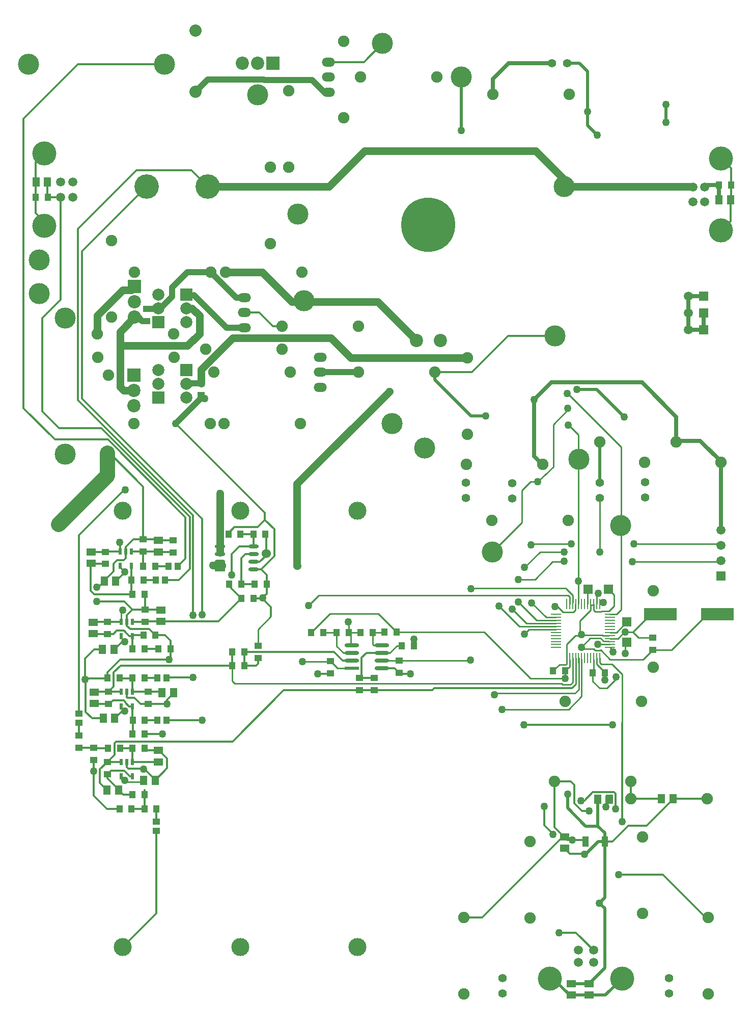
<source format=gbl>
G04 Layer_Physical_Order=2*
G04 Layer_Color=16711680*
%FSAX24Y24*%
%MOIN*%
G70*
G01*
G75*
%ADD10R,0.0591X0.0512*%
%ADD12R,0.0394X0.0512*%
%ADD13R,0.0512X0.0394*%
%ADD14R,0.0630X0.0630*%
%ADD22C,0.0200*%
%ADD23C,0.0120*%
%ADD24C,0.0394*%
%ADD25C,0.0100*%
%ADD26C,0.0250*%
%ADD27C,0.0500*%
%ADD28C,0.1000*%
%ADD29C,0.1378*%
%ADD30C,0.0748*%
%ADD31C,0.1378*%
%ADD32C,0.0551*%
%ADD33C,0.0591*%
%ADD34R,0.0591X0.0591*%
%ADD35C,0.1600*%
%ADD36C,0.0866*%
%ADD37O,0.0866X0.0591*%
%ADD38C,0.0787*%
%ADD39R,0.0787X0.0787*%
%ADD40R,0.0866X0.0866*%
%ADD41R,0.0866X0.0866*%
%ADD42C,0.0800*%
%ADD43C,0.0600*%
%ADD44R,0.0591X0.0591*%
%ADD45C,0.1181*%
%ADD46C,0.1575*%
%ADD47C,0.0500*%
%ADD48C,0.3543*%
%ADD49R,0.0709X0.0087*%
%ADD50O,0.0087X0.0709*%
%ADD51R,0.0087X0.0709*%
%ADD52R,0.2165X0.0787*%
%ADD53R,0.0945X0.0236*%
%ADD54O,0.0945X0.0236*%
%ADD55O,0.0689X0.0256*%
%ADD56R,0.0689X0.0256*%
%ADD57R,0.0512X0.0591*%
%ADD58R,0.0236X0.0433*%
%ADD59R,0.0630X0.0630*%
%ADD60R,0.0400X0.0650*%
D10*
X234170Y109626D02*
D03*
Y110374D02*
D03*
X229890Y118006D02*
D03*
Y118754D02*
D03*
X234330Y118816D02*
D03*
Y119564D02*
D03*
X234150Y123356D02*
D03*
Y124104D02*
D03*
X229770Y122616D02*
D03*
Y123364D02*
D03*
X262350Y095124D02*
D03*
Y094376D02*
D03*
X261200D02*
D03*
Y095124D02*
D03*
X229950Y113446D02*
D03*
Y114194D02*
D03*
X260750Y104724D02*
D03*
Y103976D02*
D03*
D12*
X246624Y118090D02*
D03*
X245836D02*
D03*
X244944D02*
D03*
X244156D02*
D03*
X247406D02*
D03*
X248194D02*
D03*
X250874Y117230D02*
D03*
X250086D02*
D03*
X248966Y118100D02*
D03*
X249754D02*
D03*
X239534Y124520D02*
D03*
X238746D02*
D03*
X241164D02*
D03*
X240376D02*
D03*
X238796Y121250D02*
D03*
X239584D02*
D03*
X241244D02*
D03*
X240456D02*
D03*
X240384Y120330D02*
D03*
X239596D02*
D03*
X239784Y115920D02*
D03*
X238996D02*
D03*
X232404Y106550D02*
D03*
X231616D02*
D03*
X233246D02*
D03*
X234034D02*
D03*
X232456Y107470D02*
D03*
X233244D02*
D03*
X231644Y110530D02*
D03*
X230856D02*
D03*
X233244D02*
D03*
X232456D02*
D03*
X232466Y111460D02*
D03*
X233254D02*
D03*
X233264Y112350D02*
D03*
X232476D02*
D03*
X234100D02*
D03*
X234700D02*
D03*
X230836Y115100D02*
D03*
X231624D02*
D03*
X233254D02*
D03*
X232466D02*
D03*
X234690Y115110D02*
D03*
X234090D02*
D03*
X232456Y117020D02*
D03*
X233244D02*
D03*
X234944D02*
D03*
X234156D02*
D03*
X233176Y117910D02*
D03*
X233964D02*
D03*
X232456Y120590D02*
D03*
X233244D02*
D03*
X233194Y121520D02*
D03*
X232406D02*
D03*
X233990Y121510D02*
D03*
X234590D02*
D03*
X233954Y122410D02*
D03*
X233166D02*
D03*
X235410Y122400D02*
D03*
X234810D02*
D03*
X260791Y115575D02*
D03*
X260004D02*
D03*
X239784Y116820D02*
D03*
X238996D02*
D03*
X263391Y115445D02*
D03*
X262604D02*
D03*
X226131Y146557D02*
D03*
X226918D02*
D03*
X271654Y147332D02*
D03*
X270867D02*
D03*
D13*
X266540Y117734D02*
D03*
Y116946D02*
D03*
X245433Y116201D02*
D03*
Y115413D02*
D03*
X247333Y115119D02*
D03*
Y114331D02*
D03*
X248283Y115119D02*
D03*
Y114331D02*
D03*
X249921Y116240D02*
D03*
Y115453D02*
D03*
X240689Y117214D02*
D03*
Y116426D02*
D03*
X230820Y109614D02*
D03*
Y108826D02*
D03*
X234030Y105720D02*
D03*
Y105120D02*
D03*
X229930Y109756D02*
D03*
Y110544D02*
D03*
X228970Y110546D02*
D03*
Y111334D02*
D03*
Y112170D02*
D03*
Y112770D02*
D03*
X230890Y114214D02*
D03*
Y113426D02*
D03*
X233490D02*
D03*
Y114214D02*
D03*
X233300Y119584D02*
D03*
Y118796D02*
D03*
X233170Y124174D02*
D03*
Y123386D02*
D03*
X235130Y124104D02*
D03*
Y123316D02*
D03*
X236950Y133606D02*
D03*
Y134394D02*
D03*
X233400Y138456D02*
D03*
Y139244D02*
D03*
X230700Y123354D02*
D03*
Y122566D02*
D03*
X230840Y118784D02*
D03*
Y117996D02*
D03*
D14*
X264838Y118774D02*
D03*
Y117436D02*
D03*
D22*
X254000Y150911D02*
Y154400D01*
X261570Y133970D02*
X262870D01*
X264650Y132190D01*
X267400Y151450D02*
Y152600D01*
X262250Y151250D02*
Y152150D01*
Y151250D02*
X262900Y150600D01*
X259788Y095450D02*
X260050D01*
X259788D02*
X260000D01*
X261074Y094376D01*
X261200D01*
X262350D01*
X263439D01*
X264512Y095450D01*
X261200Y095124D02*
X262350D01*
X263386Y096160D01*
Y100039D01*
X263031Y100394D02*
X263386Y100039D01*
X263031Y100394D02*
X263375Y100737D01*
Y104400D01*
X262943D02*
X263375D01*
X262165Y103622D02*
X262943Y104400D01*
X263375D02*
Y104971D01*
X262926Y105420D02*
X263375Y104971D01*
X262139Y105420D02*
X262926D01*
X260944Y106615D02*
X262139Y105420D01*
X260944Y106615D02*
Y107519D01*
X262250Y152150D02*
Y154787D01*
X261713Y155325D02*
X262250Y154787D01*
X260915Y155325D02*
X261713D01*
X263071Y127900D02*
Y130561D01*
X263061Y127890D02*
X263071Y127900D01*
X265796Y113589D02*
X265861Y113524D01*
X252250Y134630D02*
Y135100D01*
Y134630D02*
X254630Y132250D01*
X255600D01*
X262926Y105420D02*
Y107194D01*
D23*
X269989Y099450D02*
X270150D01*
X267197Y102242D02*
X269989Y099450D01*
X267197Y102242D02*
Y102244D01*
X264291D02*
X267197D01*
X228950Y124432D02*
X231973Y127456D01*
X228950Y112790D02*
Y124432D01*
X239136Y124980D02*
X240670D01*
X241140Y125450D01*
Y125910D01*
X241160Y125430D02*
X241750Y124840D01*
X235300Y131750D02*
X241140Y125910D01*
X238746Y124596D02*
X239133Y124983D01*
X238746Y124520D02*
Y124596D01*
X234020Y105110D02*
X234030Y105120D01*
X234020Y099710D02*
Y105110D01*
X231831Y097521D02*
X234020Y099710D01*
X234700Y112350D02*
X237040D01*
Y119240D02*
Y125510D01*
X229160Y133390D02*
Y143010D01*
X233400Y147250D01*
X228897Y138115D02*
X228900Y138112D01*
Y133280D02*
Y138112D01*
Y133280D02*
X234163Y128017D01*
X236340Y148310D02*
X237400Y147250D01*
X232730Y148310D02*
X236340D01*
X228897Y144477D02*
X232730Y148310D01*
X228897Y138115D02*
Y144477D01*
X234163Y128007D02*
X236430Y125741D01*
Y119240D02*
Y125741D01*
X230422Y131440D02*
X236210Y125652D01*
Y122240D02*
Y125652D01*
X235490Y121520D02*
X236210Y122240D01*
X236420Y119230D02*
X236430Y119240D01*
X234690Y115110D02*
X234720Y115140D01*
X236410D01*
X234163Y128007D02*
Y128017D01*
X230853Y130700D02*
X235940Y125613D01*
X227670Y131440D02*
X230422D01*
X235940Y122930D02*
Y125613D01*
X227390Y130700D02*
X230853D01*
X225330Y132760D02*
X227390Y130700D01*
X225330Y132760D02*
Y151690D01*
X226570Y132540D02*
X227670Y131440D01*
X230120Y120120D02*
Y120130D01*
Y120120D02*
X231907D01*
X229722Y120828D02*
X229960Y120590D01*
X229722Y120828D02*
Y122568D01*
X229770Y122616D01*
X230130Y121040D02*
X230216D01*
X230580Y121404D01*
X229960Y120590D02*
X232456D01*
X231907Y120120D02*
X232444Y119584D01*
X229360Y116390D02*
X229960Y116990D01*
X229360Y115070D02*
Y116390D01*
X234580Y121520D02*
X235490D01*
X225330Y151690D02*
X228890Y155250D01*
X235410Y122400D02*
X235940Y122930D01*
X228890Y155250D02*
X234550D01*
X230890Y113426D02*
X230966D01*
X231200Y113660D01*
X231879D01*
X231993Y113546D01*
Y113510D02*
Y113546D01*
Y113510D02*
X232238Y113264D01*
X232464D01*
X241750Y123090D02*
Y124840D01*
X240880Y122220D02*
X241750Y123090D01*
X240395Y122220D02*
X240880D01*
X241244Y121856D01*
Y121250D02*
Y121856D01*
X234150Y124104D02*
X235244D01*
X241244Y120624D02*
Y121250D01*
X240384Y120330D02*
X240950D01*
X239534Y124520D02*
X240376D01*
X229360Y115070D02*
X230806D01*
X229360Y115020D02*
Y115070D01*
X229960Y116990D02*
X230496D01*
X232249Y117851D02*
X232464D01*
X231993Y118107D02*
X232249Y117851D01*
X231993Y118107D02*
Y118133D01*
X231900Y118226D02*
X231993Y118133D01*
X231439Y118226D02*
X231900D01*
X231210Y117996D02*
X231439Y118226D01*
X230840Y117996D02*
X231210D01*
X229900D02*
X230840D01*
X229920Y118784D02*
X230840D01*
X233944Y108430D02*
X234720Y109206D01*
X233251Y109150D02*
X233944Y108457D01*
X233190Y109150D02*
X233251D01*
X232370Y106504D02*
X232404D01*
X232450Y106550D01*
X233246D01*
X229930Y109000D02*
Y109756D01*
Y107420D02*
Y109000D01*
Y107420D02*
X230800Y106550D01*
X231616D01*
X230820Y108550D02*
Y108826D01*
Y108550D02*
X231554Y107816D01*
Y107780D02*
Y107816D01*
Y107780D02*
X231864Y107470D01*
X232456D01*
X230820Y108826D02*
X231044Y109050D01*
X231530D01*
X231532Y109053D01*
X229360Y115020D02*
X229384Y114996D01*
Y112896D02*
Y114996D01*
Y112896D02*
X229810Y112470D01*
X230556D01*
X229970Y114214D02*
X230890D01*
X229950Y114194D02*
X229970Y114214D01*
X229950Y113446D02*
X229970Y113426D01*
X230890D01*
X230806Y115070D02*
X230836Y115100D01*
X228950Y112790D02*
X228970Y112770D01*
X234720Y109206D02*
Y109851D01*
X234197Y110374D02*
X234720Y109851D01*
X234170Y110374D02*
X234197D01*
X233244Y110530D02*
X233400Y110374D01*
X234170D01*
X232464Y109622D02*
X232468Y109626D01*
X234170D01*
X234700Y112350D02*
X234740Y112390D01*
X233490Y113426D02*
X233516Y113400D01*
X234740D01*
X234721Y113419D02*
X234740Y113400D01*
X234721Y113419D02*
Y113680D01*
X235154Y114113D01*
Y114140D01*
X234332Y114214D02*
X234406Y114140D01*
X233490Y114214D02*
X234332D01*
X230616Y121440D02*
Y121467D01*
X231240Y122091D01*
Y122580D01*
X231472Y122813D01*
X231893D01*
X232030Y122950D01*
X229770Y122616D02*
X229820Y122566D01*
X230700D01*
X229770Y123364D02*
X229780Y123354D01*
X230700D01*
X230720Y123394D02*
X231645D01*
X230836Y115100D02*
Y115466D01*
X231670Y116300D01*
X234800D01*
X234944Y116444D02*
Y117020D01*
X233170Y124174D02*
Y127630D01*
X234080Y124174D02*
X234150Y124104D01*
X233170Y124174D02*
X234080D01*
X232524D02*
X233170D01*
X232030Y123680D02*
X232524Y124174D01*
X232030Y123382D02*
Y123680D01*
Y122950D02*
Y123382D01*
X234580Y121520D02*
X234590Y121510D01*
X233300Y119584D02*
Y120534D01*
X234310Y119584D02*
X234330Y119564D01*
X233300Y119584D02*
X234310D01*
X232444D02*
X233300D01*
X232090Y119230D02*
X232444Y119584D01*
X232090Y118796D02*
Y119230D01*
Y118530D02*
Y118796D01*
Y118530D02*
X232310Y118310D01*
X232899D01*
X232914Y118324D01*
X233549D01*
X233964Y117910D01*
X234580D01*
X234944Y117546D01*
Y117020D02*
Y117546D01*
X232090Y113840D02*
Y114209D01*
Y113840D02*
X232110Y113820D01*
X232590D01*
X232984Y113426D01*
X233490D01*
X233254Y111460D02*
X234420D01*
X232090Y109290D02*
Y109622D01*
X232464Y117028D02*
Y117851D01*
X232456Y117020D02*
X232464Y117028D01*
X230829Y109622D02*
X231288Y110082D01*
X230820Y109614D02*
X230829Y109622D01*
X231381Y110944D02*
X239016D01*
X231288Y110082D02*
Y110852D01*
X231381Y110944D01*
X240395Y122720D02*
X240800D01*
X239850Y123220D02*
X240395D01*
X239584Y122954D02*
X239850Y123220D01*
X239584Y121250D02*
X240456D01*
X238796Y121130D02*
Y121250D01*
Y121130D02*
X239596Y120330D01*
X234330Y118816D02*
X238082D01*
X239596Y120330D01*
X239784Y115920D02*
Y116820D01*
X238996Y115920D02*
Y116820D01*
X231678Y115920D02*
X238996D01*
X247333Y115119D02*
X248283D01*
X230340Y109134D02*
X230820Y109614D01*
X230340Y108260D02*
Y109134D01*
Y108260D02*
X230806Y107794D01*
X228970Y111334D02*
Y112170D01*
X228973Y110544D02*
X229930D01*
X234030Y105720D02*
X234034Y105724D01*
Y106550D01*
X233244Y106813D02*
X233246Y106810D01*
X233244Y106813D02*
Y107780D01*
X230829Y109622D02*
X231716D01*
X229944Y110530D02*
X230856D01*
X232464Y109622D02*
Y110522D01*
X231644Y110530D02*
X232456D01*
X232464Y114209D02*
X233485D01*
X231626Y115098D02*
X232464D01*
Y114209D02*
Y115098D01*
X232476Y111470D02*
Y112350D01*
X230890Y114214D02*
X231711D01*
X231716Y114209D01*
X234153Y117020D02*
X234156Y117024D01*
X233244Y117020D02*
X234153D01*
X233264Y115110D02*
X234090D01*
X233264Y112350D02*
X234100D01*
X232464Y112362D02*
Y113264D01*
Y112362D02*
X232476Y112350D01*
X232523Y117910D02*
X233176D01*
X232464Y117851D02*
X232523Y117910D01*
X230840Y118784D02*
X231704D01*
X232465Y118796D02*
X233300D01*
X233320Y118816D02*
X234330D01*
X232406Y120640D02*
Y121520D01*
X233954Y122410D02*
X234800D01*
X233194Y121520D02*
X233980D01*
X232406D02*
Y122435D01*
X234150Y123356D02*
X235090D01*
X233170Y123386D02*
X234120D01*
X232404Y123382D02*
X232408Y123386D01*
X233170D01*
Y122414D02*
Y123386D01*
X259409Y105472D02*
Y106700D01*
X239800Y139000D02*
X240750D01*
X241650Y138100D01*
X242250D01*
X261492Y098450D02*
X262642Y097300D01*
X260400Y098450D02*
X261492D01*
X260750Y103976D02*
X261104Y103622D01*
X262165D01*
X267102Y107200D02*
X267106Y107205D01*
X263479Y106510D02*
Y107384D01*
X263480Y107386D01*
X264074Y106515D02*
Y106550D01*
X264088Y106564D01*
Y107555D01*
X263996Y107647D02*
X264088Y107555D01*
X262604Y107647D02*
X263996D01*
X262044Y107087D02*
X262604Y107647D01*
X261811Y107087D02*
X262044D01*
X254150Y099450D02*
X255356D01*
X260552Y104646D01*
X260672D01*
X260730Y104704D01*
X267854Y107178D02*
Y107205D01*
X266110Y105433D02*
X267854Y107178D01*
X259975Y104880D02*
Y104907D01*
X259409Y105472D02*
X259975Y104907D01*
X263375Y104400D02*
X263888D01*
X264921Y105433D01*
X266110D01*
X264528Y105709D02*
Y112165D01*
X265079Y107200D02*
X267102D01*
X265079D02*
Y108271D01*
X265000Y108350D02*
X265079Y108271D01*
X269995Y107205D02*
X270000Y107200D01*
X267854Y107205D02*
X269995D01*
X260079Y105354D02*
Y108271D01*
X231656Y123382D02*
Y123954D01*
X231634Y123976D02*
X231656Y123954D01*
X239016Y110944D02*
X242373Y114301D01*
X252097D01*
X247774Y116750D02*
X248794D01*
X247333Y115119D02*
X247461Y115246D01*
Y116437D01*
X247774Y116750D01*
X249624Y115750D02*
X249921Y115453D01*
X248794Y115750D02*
X249624D01*
X246211Y116250D02*
X246826D01*
X245641Y116820D02*
X246211Y116250D01*
X239784Y116820D02*
X245641D01*
X240689Y116053D02*
Y116426D01*
X239784Y115920D02*
X240556D01*
X240689Y116053D01*
X241535Y119144D02*
Y119745D01*
X232090Y109290D02*
X232200Y109180D01*
X233190D01*
X232298Y108678D02*
X232464D01*
X231923Y109053D02*
X232298Y108678D01*
X231532Y109053D02*
X231923D01*
X239468Y123720D02*
X240395D01*
X240394Y123721D02*
Y124580D01*
X239584Y121250D02*
Y122954D01*
X238967Y123218D02*
X239468Y123720D01*
X238967Y123218D02*
X238968Y123217D01*
Y121856D02*
Y123217D01*
X244587Y115384D02*
X245404D01*
X245433Y115413D01*
X249980Y115394D02*
X250669D01*
X249921Y115453D02*
X249980Y115394D01*
X258100Y112057D02*
X263878D01*
X263888Y112047D01*
X252250Y135100D02*
X254677D01*
X257047Y137470D01*
X260128D01*
X245300Y155384D02*
X247619D01*
X248839Y156604D01*
X226570Y132540D02*
Y138647D01*
X227763Y139839D01*
Y146558D01*
X271654Y147332D02*
Y148444D01*
X271002Y149096D02*
X271654Y148444D01*
X271614Y144984D02*
Y146368D01*
X271002Y144372D02*
X271614Y144984D01*
X271654Y146408D02*
Y147332D01*
X271614Y146368D02*
X271654Y146408D01*
X263391Y115445D02*
X263396Y115441D01*
X252097Y114301D02*
X252233Y114437D01*
X256152Y113975D02*
X256161Y113965D01*
X256143Y113967D02*
X256152Y113975D01*
X256142Y113967D02*
X256143D01*
X261209Y114437D02*
X261270Y114498D01*
X252233Y114437D02*
X261209D01*
X240969Y120349D02*
X241244Y120624D01*
X240965Y120315D02*
X241535Y119745D01*
X261903Y106417D02*
X262372D01*
X261403Y106917D02*
X261903Y106417D01*
X261403Y106917D02*
Y108105D01*
X261158Y108350D02*
X261403Y108105D01*
X260079Y108350D02*
X261158D01*
X260000D02*
X260079Y108271D01*
X226898Y146577D02*
Y147557D01*
Y146577D02*
X226917Y146558D01*
X227763D01*
X226700Y144688D02*
Y144934D01*
X226131Y145503D02*
X226700Y144934D01*
X226131Y148843D02*
X226700Y149412D01*
X226131Y145503D02*
Y146557D01*
Y148843D01*
X240800Y122720D02*
X241211Y123131D01*
Y124473D01*
X241164Y124520D02*
X241211Y124473D01*
X263414Y106575D02*
X263479Y106510D01*
X263414Y106575D02*
X263445Y106605D01*
X263458Y106618D01*
Y106669D01*
X260910Y104523D02*
X261263D01*
X260730Y104704D02*
Y104704D01*
X260910Y104523D01*
X260079Y105354D02*
X260730Y104704D01*
X261263Y104523D02*
X262002D01*
X262125Y104400D01*
X263396Y114970D02*
Y115441D01*
X230900Y129900D02*
X233170Y127630D01*
X230890Y114214D02*
X231230Y114554D01*
Y115472D01*
X231678Y115920D01*
X229160Y133390D02*
X237040Y125510D01*
D24*
X236954Y133396D02*
X237185D01*
X236950Y133400D02*
X236954Y133396D01*
X235300Y131750D02*
X236950Y133400D01*
X245009Y153416D02*
X245300D01*
X244225Y154200D02*
X245009Y153416D01*
X241092Y154200D02*
X244225D01*
X232850Y138700D02*
X233094Y138456D01*
X232600Y138700D02*
X232850D01*
X236045Y134394D02*
X236950D01*
X241058Y154234D02*
X241092Y154200D01*
X237384Y154234D02*
X241058D01*
X236600Y153450D02*
X237384Y154234D01*
X244750Y135100D02*
X247250D01*
X236000Y134348D02*
X236045Y134394D01*
X233458Y139252D02*
X234150D01*
X236050Y141650D02*
X237600D01*
X235050Y140650D02*
X236050Y141650D01*
X234427Y139427D02*
X235050Y140050D01*
Y140650D01*
X239266Y139984D02*
X239800D01*
X237600Y141650D02*
X239266Y139984D01*
X238634Y138016D02*
X239800D01*
X236500Y140150D02*
X238634Y138016D01*
D25*
X263113Y116933D02*
X263735Y116310D01*
X263113Y116933D02*
X263113D01*
X263101Y116921D02*
X263113Y116933D01*
X262771Y116921D02*
X263101D01*
X262665Y117028D02*
X262771Y116921D01*
X261938Y117028D02*
X262665D01*
X261843Y117122D02*
X261938Y117028D01*
X231744Y117490D02*
X231970D01*
X231244Y116990D02*
X231744Y117490D01*
X233079Y108313D02*
X233196Y108430D01*
X232065Y108313D02*
X233079D01*
X231464Y121620D02*
X231540D01*
X231967Y122047D01*
X231968Y108430D02*
X232013Y108380D01*
X232020Y108374D01*
X231716Y113184D02*
Y113264D01*
X231656Y122358D02*
Y122438D01*
Y122358D02*
X231967Y122047D01*
X263738Y119268D02*
X264148D01*
X264470Y119590D01*
Y130230D01*
X260980Y131640D02*
X261040D01*
X260870Y132760D02*
X261030D01*
X263306Y115575D02*
X263391D01*
X263051Y116110D02*
Y116414D01*
Y116110D02*
X263141Y116021D01*
X261469Y119954D02*
X261473Y119957D01*
X261469Y119542D02*
Y119954D01*
X261337Y119410D02*
X261469Y119542D01*
X260660Y119410D02*
X261337D01*
X260290Y119780D02*
X260660Y119410D01*
X260130Y119780D02*
X260290D01*
X261671Y119957D02*
Y121449D01*
X266540Y116946D02*
X267756D01*
X270085Y119275D01*
X270768D01*
X265219Y118099D02*
X265585Y117734D01*
X266540D01*
X266395Y119275D02*
X267028D01*
X265219Y118099D02*
X266395Y119275D01*
X264726Y118099D02*
X265219D01*
X262604Y115445D02*
X262654Y115495D01*
X262852Y116028D02*
Y116414D01*
X262852D02*
X262852D01*
Y116028D02*
X263306Y115575D01*
X262654Y115495D02*
Y116331D01*
X262455Y119870D02*
X262650D01*
X261750Y117890D02*
Y118838D01*
X262453Y119542D01*
X260884Y116414D02*
Y117314D01*
X261460Y117890D01*
X261750D01*
X262847Y116419D02*
X262852Y116414D01*
X262453Y119868D02*
X262455Y119870D01*
X262453Y119542D02*
Y119868D01*
X264710Y116710D02*
Y117308D01*
X264838Y117436D01*
X264661Y118099D02*
X264726D01*
X264256Y117694D02*
X264661Y118099D01*
X263738Y117694D02*
X264256D01*
X264151Y118087D02*
X264838Y118774D01*
X263738Y118087D02*
X264151D01*
X262262Y120908D02*
X262278Y120925D01*
X262262Y119957D02*
Y120908D01*
X262852Y120570D02*
X262942Y120660D01*
X262852Y119957D02*
Y120570D01*
X260791Y115575D02*
X261079Y115862D01*
Y116329D01*
X238976Y115900D02*
X238996Y115920D01*
X238976Y114931D02*
Y115900D01*
X263044Y117300D02*
X263738D01*
X261755Y117310D02*
X261843Y117221D01*
Y117122D02*
X262440Y117718D01*
X263101D01*
X263317Y117502D01*
X263649D01*
X263653Y117498D01*
X265904Y116310D02*
X266540Y116946D01*
X263735Y116310D02*
X265904D01*
X231716Y118796D02*
X231722Y118802D01*
Y119443D01*
X231832Y119553D01*
X261873Y113926D02*
Y116338D01*
X261873Y116339D01*
X256161Y113965D02*
X256184D01*
X261007Y113061D02*
X261873Y113926D01*
X256673Y113061D02*
X261007D01*
X246624Y118090D02*
X247406D01*
X246742Y117334D02*
X246826Y117250D01*
X246742Y117334D02*
Y117972D01*
X246624Y118090D02*
X246742Y117972D01*
X244944Y118090D02*
X245836D01*
Y117195D02*
Y118090D01*
Y117195D02*
X246282Y116750D01*
X246826D01*
X248194Y118090D02*
X248956D01*
X248194Y117308D02*
Y118090D01*
Y117308D02*
X248252Y117250D01*
X248794D01*
X249779Y117230D02*
X250086D01*
X249299Y116750D02*
X249779Y117230D01*
X248794Y116750D02*
X249299D01*
X248804Y116240D02*
X249921D01*
X248794Y116250D02*
X248804Y116240D01*
X245884Y115750D02*
X246826D01*
X245433Y116201D02*
X245884Y115750D01*
X240689Y117214D02*
Y118297D01*
X241535Y119144D01*
X258986Y127943D02*
X260010Y128927D01*
X261075Y119962D02*
X261080Y119957D01*
X261075Y119962D02*
Y120431D01*
X243593Y116181D02*
X245413D01*
X245433Y116201D01*
X243996Y119852D02*
X244646Y120502D01*
X261004D02*
X261075Y120431D01*
X249921Y116240D02*
X249941Y116260D01*
X254577D02*
X254606Y116289D01*
X249941Y116260D02*
X254577D01*
X254626Y120848D02*
Y120945D01*
X254509Y120965D02*
X254626Y120848D01*
X260846Y120940D02*
Y120965D01*
Y120940D02*
X261274Y120513D01*
Y120045D02*
Y120513D01*
Y120045D02*
X261276Y120042D01*
X231716Y108678D02*
X231988Y108405D01*
X232013Y108380D01*
X231988Y108405D02*
X232065Y108313D01*
X231968Y108430D02*
X231988Y108405D01*
X258261Y118678D02*
X260195D01*
X257313Y119626D02*
X258261Y118678D01*
X263617Y120925D02*
X264006Y120536D01*
Y119813D02*
Y120536D01*
X263661Y119468D02*
X264006Y119813D01*
X262654Y119548D02*
X262747Y119455D01*
X263154D01*
X263164Y119464D01*
X262654Y119548D02*
Y119957D01*
X263159Y119468D02*
X263661D01*
X254509Y120965D02*
X260846D01*
X244646Y120502D02*
X261004D01*
X256457Y119823D02*
X257800Y118479D01*
X260195D01*
X263061Y123366D02*
Y126890D01*
X263051Y123356D02*
X263061D01*
X259154D02*
X260738D01*
X258140Y122343D02*
X259154Y123356D01*
X258120Y122343D02*
X258140D01*
X258130Y117992D02*
X258419Y118281D01*
X260195D01*
X263051Y123356D02*
X263061Y123366D01*
X258671Y119941D02*
Y119951D01*
X257717Y120089D02*
X258929Y118876D01*
X260195D01*
X258671Y119951D02*
X259547Y119075D01*
X260195D01*
X257717Y121555D02*
X258809D01*
X259970Y122717D01*
X260718D01*
X260738Y122736D01*
X265197Y122717D02*
X270949D01*
X271004Y122772D01*
X265305Y123888D02*
X270888D01*
X271004Y123772D01*
X261040Y131640D02*
X261671Y131009D01*
Y121449D02*
Y131009D01*
X258553Y123878D02*
X261181D01*
X258543Y123868D02*
X258553Y123878D01*
X258543Y123819D02*
Y123868D01*
X258524Y127943D02*
X258986D01*
X257972Y127392D02*
X258524Y127943D01*
X257972Y125285D02*
Y127392D01*
X256033Y123346D02*
X257972Y125285D01*
X260004Y115575D02*
X260408Y115979D01*
X260832D01*
X260880Y116028D01*
Y116414D02*
X260884D01*
X260880Y116028D02*
Y116414D01*
X262604Y114896D02*
Y115445D01*
Y114896D02*
X263051Y114449D01*
X263524D01*
X261437Y114114D02*
X261674Y114351D01*
Y116414D01*
X261476Y114704D02*
Y116414D01*
X260791Y115075D02*
Y115575D01*
Y115075D02*
X260797Y115069D01*
X261270Y114498D02*
X261476Y114704D01*
X256333Y114114D02*
X261437D01*
X256184Y113965D02*
X256333Y114114D01*
X258514Y115069D02*
X260797D01*
X255482Y118100D02*
X258514Y115069D01*
X249754Y118100D02*
X255482D01*
X249754Y118100D02*
X249754Y118100D01*
X244156Y118090D02*
X245377Y119311D01*
X248543D01*
X249754Y118100D01*
X260010Y128927D02*
Y131683D01*
X261030Y132703D01*
Y132760D01*
X260915Y133730D02*
X260970D01*
X264470Y130230D01*
X261906Y117916D02*
X263225D01*
X261870Y117953D02*
X261906Y117916D01*
X263649Y117896D02*
X263654Y117890D01*
X263246Y117896D02*
X263649D01*
X263225Y117916D02*
X263246Y117896D01*
X264124Y115049D02*
Y115187D01*
X263854Y116021D02*
X264528Y115347D01*
X263524Y114449D02*
X264124Y115049D01*
X263141Y116021D02*
X263854D01*
X264528Y112165D02*
Y115347D01*
X263196Y119957D02*
X263287Y120049D01*
X263050Y119957D02*
X263196D01*
X263182Y120089D02*
X263376D01*
X263312Y120025D02*
X263376Y120089D01*
X263856Y116831D02*
X263927D01*
Y116912D01*
X263738Y117101D02*
X263927Y116912D01*
X231767Y112933D02*
X231949D01*
X231304Y112470D02*
X231767Y112933D01*
X231716Y113184D02*
X232040Y112860D01*
X246604Y118780D02*
X246624Y118760D01*
Y118090D02*
Y118760D01*
X238976Y114931D02*
X239163Y114744D01*
X260559D01*
X260632Y114670D01*
X261117D01*
X261277Y114830D01*
Y116414D01*
D26*
X258760Y129620D02*
Y133320D01*
Y129620D02*
X259300Y129080D01*
X258760Y133320D02*
X259889Y134449D01*
X269640Y130630D02*
X271011Y129259D01*
X259889Y134449D02*
X265817D01*
X256043Y153268D02*
Y154291D01*
X257077Y155325D01*
X259915D01*
X265817Y134449D02*
X268071Y132195D01*
Y130561D02*
Y132195D01*
X268140Y130630D02*
X269640D01*
X268071Y130561D02*
X268140Y130630D01*
X271004Y124772D02*
Y129203D01*
X270867Y146369D02*
Y147332D01*
X270045D02*
X270867D01*
X269939Y147226D02*
X270045Y147332D01*
X268861Y137875D02*
X268862Y137874D01*
X269862D01*
Y138976D01*
X268861Y140082D02*
X269861D01*
X268861Y137875D02*
Y140082D01*
D27*
X258856Y149587D02*
X261193Y147250D01*
X247668Y149587D02*
X258856D01*
X245331Y147250D02*
X247668Y149587D01*
X261193Y147250D02*
X269124D01*
X237400D02*
X245331D01*
X231654Y136850D02*
X236073D01*
X231887Y133900D02*
X232550D01*
X231654Y134134D02*
X231887Y133900D01*
X231654Y134134D02*
Y137753D01*
X232600Y138700D01*
X236841Y137618D02*
Y138819D01*
X236073Y136850D02*
X236841Y137618D01*
X236000Y139288D02*
X236372D01*
X236841Y138819D01*
X243240Y122460D02*
Y127810D01*
Y122460D02*
X243260D01*
X243240Y127810D02*
X249275Y133845D01*
X236950Y134394D02*
Y135272D01*
X239028Y137350D01*
X245450D01*
X246750Y136050D01*
X254400D01*
X232381Y140481D02*
X232600Y140700D01*
X231819Y140481D02*
X232381D01*
X230150Y138813D02*
X231819Y140481D01*
X230150Y137550D02*
Y138813D01*
X238550Y141650D02*
X240950D01*
X242900Y139700D01*
X248540D01*
X251050Y137190D01*
X238310Y122470D02*
X238320Y122460D01*
X237717Y122470D02*
X238310D01*
X238190Y123327D02*
Y123720D01*
Y127180D01*
D28*
X227618Y125148D02*
X230811Y128340D01*
Y129811D01*
D29*
X248839Y156604D02*
D03*
X240650Y153250D02*
D03*
X256033Y123346D02*
D03*
X226368Y140256D02*
D03*
Y142451D02*
D03*
X243278Y145463D02*
D03*
X260128Y137470D02*
D03*
X243681Y139783D02*
D03*
X249459Y131752D02*
D03*
X260709Y147250D02*
D03*
X254000Y154400D02*
D03*
X251600Y130150D02*
D03*
X261703Y129419D02*
D03*
X264439Y125098D02*
D03*
D30*
X252400Y154400D02*
D03*
X247400D02*
D03*
X241500Y143500D02*
D03*
Y148500D02*
D03*
X242700Y153500D02*
D03*
Y148500D02*
D03*
X246300Y151750D02*
D03*
Y156750D02*
D03*
X231100Y138700D02*
D03*
Y143700D02*
D03*
X237600Y141650D02*
D03*
X232600D02*
D03*
X238550D02*
D03*
X243550D02*
D03*
X237250Y136600D02*
D03*
X242250D02*
D03*
X232550Y131750D02*
D03*
X237550D02*
D03*
X235157Y137628D02*
D03*
X230157D02*
D03*
X235197Y136093D02*
D03*
X230197D02*
D03*
X230900Y129900D02*
D03*
Y134900D02*
D03*
X265850Y099700D02*
D03*
Y104700D02*
D03*
X258500Y099400D02*
D03*
Y104400D02*
D03*
X270079Y107200D02*
D03*
X265079D02*
D03*
X265796Y113589D02*
D03*
X260796D02*
D03*
X261000Y125410D02*
D03*
X256000D02*
D03*
X259321Y129085D02*
D03*
X254321D02*
D03*
X271004Y129203D02*
D03*
X266004D02*
D03*
X268071Y130561D02*
D03*
X263071D02*
D03*
X254400Y136050D02*
D03*
Y131050D02*
D03*
X266548Y115825D02*
D03*
Y120825D02*
D03*
X247250Y138100D02*
D03*
X242250D02*
D03*
X247250Y135100D02*
D03*
X252250D02*
D03*
X237800D02*
D03*
X242800D02*
D03*
X238450Y131750D02*
D03*
X243450D02*
D03*
X261043Y153268D02*
D03*
X256043D02*
D03*
X265079Y108350D02*
D03*
X260079D02*
D03*
X254150Y099450D02*
D03*
Y094450D02*
D03*
X270150Y099450D02*
D03*
Y094450D02*
D03*
D31*
X228050Y129750D02*
D03*
Y138648D02*
D03*
X234550Y155250D02*
D03*
X225652D02*
D03*
D32*
X254291Y126880D02*
D03*
Y127880D02*
D03*
X266014Y126900D02*
D03*
Y127900D02*
D03*
X263061Y127890D02*
D03*
Y126890D02*
D03*
X257309Y127859D02*
D03*
Y126859D02*
D03*
X259915Y155325D02*
D03*
X260915D02*
D03*
X256689Y094469D02*
D03*
Y095469D02*
D03*
X267589D02*
D03*
Y094469D02*
D03*
D33*
X268861Y140082D02*
D03*
X271004Y122772D02*
D03*
Y123772D02*
D03*
Y124772D02*
D03*
X269939Y147226D02*
D03*
Y146242D02*
D03*
X269152D02*
D03*
Y147226D02*
D03*
X227763Y146558D02*
D03*
Y147542D02*
D03*
X228550D02*
D03*
Y146558D02*
D03*
X262642Y096513D02*
D03*
X261658D02*
D03*
Y097300D02*
D03*
X262642D02*
D03*
X268862Y137874D02*
D03*
Y138976D02*
D03*
D34*
X269861Y140082D02*
D03*
X269862Y137874D02*
D03*
Y138976D02*
D03*
D35*
X237400Y147250D02*
D03*
X233400D02*
D03*
D36*
X252625Y137190D02*
D03*
X251050D02*
D03*
X239650Y155300D02*
D03*
X240650D02*
D03*
X232600Y138700D02*
D03*
Y139700D02*
D03*
X232550Y132900D02*
D03*
Y133900D02*
D03*
D37*
X239800Y139984D02*
D03*
Y139000D02*
D03*
Y138016D02*
D03*
X244750Y136084D02*
D03*
Y135100D02*
D03*
Y134116D02*
D03*
X245300Y153416D02*
D03*
Y154400D02*
D03*
Y155384D02*
D03*
D38*
X234150Y140193D02*
D03*
Y139291D02*
D03*
X236000Y138386D02*
D03*
Y139288D02*
D03*
Y133447D02*
D03*
Y134348D02*
D03*
X234150Y135253D02*
D03*
Y134352D02*
D03*
D39*
Y138389D02*
D03*
X236000Y140189D02*
D03*
Y135250D02*
D03*
X234150Y133450D02*
D03*
D40*
X241650Y155300D02*
D03*
D41*
X232600Y140700D02*
D03*
X232550Y134900D02*
D03*
D42*
X236600Y157450D02*
D03*
Y153450D02*
D03*
D43*
X241211Y123258D02*
D03*
D44*
X271004Y121772D02*
D03*
D45*
X247185Y126064D02*
D03*
X239508D02*
D03*
X231831D02*
D03*
X239508Y097521D02*
D03*
X247185D02*
D03*
X231831D02*
D03*
D46*
X271002Y149096D02*
D03*
Y144372D02*
D03*
X226700Y144688D02*
D03*
Y149412D02*
D03*
X264512Y095450D02*
D03*
X259788D02*
D03*
D47*
X237185Y133396D02*
D03*
X254006Y150906D02*
D03*
X238190Y127180D02*
D03*
X243260Y122460D02*
D03*
X249275Y133845D02*
D03*
X237040Y112350D02*
D03*
Y119240D02*
D03*
X236410Y115140D02*
D03*
X236420Y119230D02*
D03*
X230120Y120130D02*
D03*
X230130Y121040D02*
D03*
X229360Y115020D02*
D03*
X233190Y109150D02*
D03*
X234740Y113400D02*
D03*
X234420Y111460D02*
D03*
X234870Y116330D02*
D03*
X229930Y109000D02*
D03*
X231968Y108430D02*
D03*
X231970Y117490D02*
D03*
X231967Y122047D02*
D03*
X258760Y133320D02*
D03*
X260980Y131640D02*
D03*
X260971Y132760D02*
D03*
X261570Y133970D02*
D03*
X264650Y132190D02*
D03*
X259420Y106700D02*
D03*
X260130Y119780D02*
D03*
X261671Y121449D02*
D03*
X264710Y116710D02*
D03*
X264726Y118099D02*
D03*
X262942Y120660D02*
D03*
X255600Y132250D02*
D03*
X267400Y151450D02*
D03*
X262900Y150600D02*
D03*
X267400Y152600D02*
D03*
X262250Y152150D02*
D03*
X235300Y131750D02*
D03*
X260400Y098450D02*
D03*
X263031Y100394D02*
D03*
X262047Y103583D02*
D03*
X264074Y106550D02*
D03*
X261811Y107087D02*
D03*
X260944Y107519D02*
D03*
X259975Y104880D02*
D03*
X264291Y102244D02*
D03*
X264528Y105709D02*
D03*
X262936Y117320D02*
D03*
X261843Y117122D02*
D03*
X231634Y123976D02*
D03*
X231832Y119553D02*
D03*
X256673Y113061D02*
D03*
X258986Y127943D02*
D03*
X243996Y119852D02*
D03*
X243593Y116181D02*
D03*
X254606Y116289D02*
D03*
X254626Y120945D02*
D03*
X238968Y121856D02*
D03*
X244587Y115384D02*
D03*
X250669Y115394D02*
D03*
X258100Y112057D02*
D03*
X263888Y112047D02*
D03*
X257313Y119626D02*
D03*
X256457Y119823D02*
D03*
X263061Y123356D02*
D03*
X260738D02*
D03*
X258120Y122343D02*
D03*
X258130Y117992D02*
D03*
X257717Y120089D02*
D03*
X257717Y121555D02*
D03*
X260738Y122736D02*
D03*
X265197Y122717D02*
D03*
X265305Y123888D02*
D03*
X261181Y123878D02*
D03*
X258602Y120020D02*
D03*
X258543Y123819D02*
D03*
X260797Y115069D02*
D03*
X256142Y114026D02*
D03*
X240984Y120335D02*
D03*
X250876Y117657D02*
D03*
X262372Y106417D02*
D03*
X260915Y133730D02*
D03*
X261870Y117953D02*
D03*
X264124Y115187D02*
D03*
X263458Y106669D02*
D03*
X261263Y104523D02*
D03*
X263287Y120049D02*
D03*
X263927Y116831D02*
D03*
X263396Y114970D02*
D03*
X231949Y112933D02*
D03*
X246604Y118780D02*
D03*
X237717Y122470D02*
D03*
X231978Y127412D02*
D03*
X227618Y125148D02*
D03*
D48*
X251837Y144749D02*
D03*
D49*
X263738Y119268D02*
D03*
Y119071D02*
D03*
Y118875D02*
D03*
Y118678D02*
D03*
Y118481D02*
D03*
Y118284D02*
D03*
Y118087D02*
D03*
Y117890D02*
D03*
Y117694D02*
D03*
Y117497D02*
D03*
Y117300D02*
D03*
Y117103D02*
D03*
X260195D02*
D03*
Y117300D02*
D03*
Y117497D02*
D03*
Y117694D02*
D03*
Y117890D02*
D03*
Y118087D02*
D03*
Y118284D02*
D03*
Y118481D02*
D03*
Y118678D02*
D03*
Y118875D02*
D03*
Y119071D02*
D03*
Y119268D02*
D03*
D50*
X263049Y116414D02*
D03*
D51*
X262852D02*
D03*
X262655D02*
D03*
X262458D02*
D03*
X262262D02*
D03*
X262065D02*
D03*
X261868D02*
D03*
X261671D02*
D03*
X261474D02*
D03*
X261277D02*
D03*
X261080D02*
D03*
X260884D02*
D03*
Y119957D02*
D03*
X261080D02*
D03*
X261277D02*
D03*
X261474D02*
D03*
X261671D02*
D03*
X261868D02*
D03*
X262065D02*
D03*
X262262D02*
D03*
X262458D02*
D03*
X262655D02*
D03*
X262852D02*
D03*
X263049D02*
D03*
D52*
X270768Y119275D02*
D03*
X267028D02*
D03*
D53*
X246826Y115750D02*
D03*
D54*
Y116250D02*
D03*
Y116750D02*
D03*
Y117250D02*
D03*
X248794Y115750D02*
D03*
Y116250D02*
D03*
Y116750D02*
D03*
Y117250D02*
D03*
D55*
X240395Y123720D02*
D03*
Y123220D02*
D03*
Y122720D02*
D03*
Y122220D02*
D03*
X238190Y123720D02*
D03*
Y123220D02*
D03*
Y122720D02*
D03*
D56*
Y122220D02*
D03*
D57*
X231554Y107780D02*
D03*
X230806D02*
D03*
X233944Y108430D02*
D03*
X233196D02*
D03*
X230556Y112470D02*
D03*
X231304D02*
D03*
X234406Y114140D02*
D03*
X235154D02*
D03*
X230496Y116990D02*
D03*
X231244D02*
D03*
X230616Y121440D02*
D03*
X231364D02*
D03*
X226150Y147557D02*
D03*
X226898D02*
D03*
X267106Y107205D02*
D03*
X267854D02*
D03*
X263674Y107194D02*
D03*
X262926D02*
D03*
X271614Y146368D02*
D03*
X270866D02*
D03*
D58*
X231716Y118796D02*
D03*
X232090D02*
D03*
X232464D02*
D03*
Y117851D02*
D03*
X231716D02*
D03*
Y114209D02*
D03*
X232090D02*
D03*
X232464D02*
D03*
Y113264D02*
D03*
X231716D02*
D03*
Y109622D02*
D03*
X232090D02*
D03*
X232464D02*
D03*
Y108678D02*
D03*
X231716D02*
D03*
X231656Y123382D02*
D03*
X232030D02*
D03*
X232404D02*
D03*
Y122438D02*
D03*
X231656D02*
D03*
D59*
X262278Y120925D02*
D03*
X263617D02*
D03*
D60*
X262125Y104400D02*
D03*
X263375D02*
D03*
M02*

</source>
